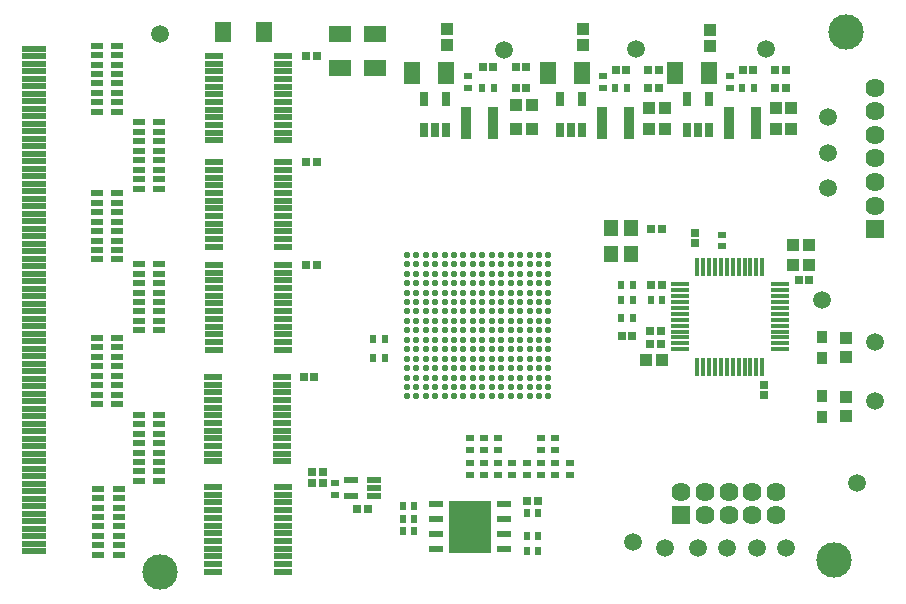
<source format=gts>
G04*
G04 #@! TF.GenerationSoftware,Altium Limited,Altium Designer,24.4.1 (13)*
G04*
G04 Layer_Color=8388736*
%FSLAX44Y44*%
%MOMM*%
G71*
G04*
G04 #@! TF.SameCoordinates,6542FF27-95F4-46AC-8F84-F2986E28DBEB*
G04*
G04*
G04 #@! TF.FilePolarity,Negative*
G04*
G01*
G75*
%ADD39R,0.6200X0.7200*%
%ADD40R,1.0200X1.1200*%
%ADD41R,1.5950X0.4200*%
%ADD42R,0.4200X1.5950*%
%ADD43R,0.7200X0.7600*%
%ADD44R,0.7200X0.6200*%
%ADD45R,1.5950X0.5700*%
%ADD46R,1.1700X0.5200*%
%ADD47R,0.7600X0.7200*%
%ADD48R,1.0200X0.5700*%
%ADD49C,1.5200*%
%ADD50R,0.7200X1.2700*%
%ADD51R,0.9200X2.8200*%
%ADD52R,1.1700X0.5700*%
%ADD53R,3.5700X4.4700*%
%ADD54R,1.3700X1.7700*%
%ADD55R,1.1200X1.0200*%
%ADD56C,0.5400*%
%ADD57R,1.9200X1.4200*%
%ADD58R,1.4200X1.9200*%
%ADD59R,0.9200X1.0200*%
%ADD60C,3.0000*%
%ADD61R,1.0700X1.0200*%
%ADD62R,2.1200X0.5000*%
%ADD63R,1.2200X1.4200*%
%ADD64C,1.6200*%
%ADD65R,1.6200X1.6200*%
D39*
X525000Y296000D02*
D03*
X535000D02*
D03*
X710000Y470000D02*
D03*
X720000D02*
D03*
X710000Y482500D02*
D03*
X720000D02*
D03*
X710000Y455000D02*
D03*
X720000D02*
D03*
X510000Y421000D02*
D03*
X500000D02*
D03*
X640000Y290000D02*
D03*
X630000D02*
D03*
X535000Y275000D02*
D03*
X525000D02*
D03*
X630000Y258000D02*
D03*
X640000D02*
D03*
X535000Y285000D02*
D03*
X525000D02*
D03*
X735000Y470000D02*
D03*
X745000D02*
D03*
X500000Y437500D02*
D03*
X510000D02*
D03*
X630000Y270000D02*
D03*
X640000D02*
D03*
X812500Y650000D02*
D03*
X822500D02*
D03*
X705000D02*
D03*
X715000D02*
D03*
X592500D02*
D03*
X602500D02*
D03*
D40*
X744750Y419000D02*
D03*
X731250D02*
D03*
X854250Y615000D02*
D03*
X840750D02*
D03*
X634250Y635000D02*
D03*
X620750D02*
D03*
X854250Y632500D02*
D03*
X840750D02*
D03*
X733250Y615000D02*
D03*
X746750D02*
D03*
X868750Y500000D02*
D03*
X855250D02*
D03*
X868750Y517000D02*
D03*
X855250D02*
D03*
X733250Y632500D02*
D03*
X746750D02*
D03*
X634250Y615000D02*
D03*
X620750D02*
D03*
D41*
X759620Y483500D02*
D03*
Y478500D02*
D03*
Y473500D02*
D03*
Y468500D02*
D03*
Y463500D02*
D03*
Y458500D02*
D03*
Y453500D02*
D03*
Y448500D02*
D03*
Y443500D02*
D03*
Y438500D02*
D03*
Y433500D02*
D03*
Y428500D02*
D03*
X844380D02*
D03*
Y433500D02*
D03*
Y438500D02*
D03*
Y443500D02*
D03*
Y448500D02*
D03*
Y453500D02*
D03*
Y458500D02*
D03*
Y463500D02*
D03*
Y468500D02*
D03*
Y473500D02*
D03*
Y478500D02*
D03*
Y483500D02*
D03*
D42*
X774500Y413620D02*
D03*
X779500D02*
D03*
X784500D02*
D03*
X789500D02*
D03*
X794500D02*
D03*
X799500D02*
D03*
X804500D02*
D03*
X809500D02*
D03*
X814500D02*
D03*
X819500D02*
D03*
X824500D02*
D03*
X829500D02*
D03*
Y498380D02*
D03*
X824500D02*
D03*
X819500D02*
D03*
X814500D02*
D03*
X809500D02*
D03*
X804500D02*
D03*
X799500D02*
D03*
X794500D02*
D03*
X789500D02*
D03*
X784500D02*
D03*
X779500D02*
D03*
X774500D02*
D03*
D43*
X495400Y293000D02*
D03*
X486600D02*
D03*
X719400Y440000D02*
D03*
X710600D02*
D03*
X639400Y300000D02*
D03*
X630600D02*
D03*
X593100Y667500D02*
D03*
X601900D02*
D03*
X620600Y650000D02*
D03*
X629400D02*
D03*
Y667500D02*
D03*
X620600D02*
D03*
X734600Y444000D02*
D03*
X743400D02*
D03*
X452400Y500000D02*
D03*
X443600D02*
D03*
X450400Y405000D02*
D03*
X441600D02*
D03*
X714400Y665000D02*
D03*
X705600D02*
D03*
X744400Y530000D02*
D03*
X735600D02*
D03*
X741900Y665000D02*
D03*
X733100D02*
D03*
X741900Y650000D02*
D03*
X733100D02*
D03*
X743400Y433000D02*
D03*
X734600D02*
D03*
X840600Y665000D02*
D03*
X849400D02*
D03*
X840600Y650000D02*
D03*
X849400D02*
D03*
X821900Y665000D02*
D03*
X813100D02*
D03*
X860600Y487000D02*
D03*
X869400D02*
D03*
X744400Y482500D02*
D03*
X735600D02*
D03*
X443600Y587000D02*
D03*
X452400D02*
D03*
X443600Y677000D02*
D03*
X452400D02*
D03*
D44*
X468000Y305000D02*
D03*
Y315000D02*
D03*
X695000Y660000D02*
D03*
Y650000D02*
D03*
X802500Y660000D02*
D03*
Y650000D02*
D03*
X642000Y332000D02*
D03*
Y322000D02*
D03*
X618000D02*
D03*
Y332000D02*
D03*
X630000Y322000D02*
D03*
Y332000D02*
D03*
X606000D02*
D03*
Y322000D02*
D03*
X594000Y332000D02*
D03*
Y322000D02*
D03*
X582000Y332000D02*
D03*
Y322000D02*
D03*
X594000Y343000D02*
D03*
Y353000D02*
D03*
X582000D02*
D03*
Y343000D02*
D03*
X606000Y353000D02*
D03*
Y343000D02*
D03*
X642000Y353000D02*
D03*
Y343000D02*
D03*
X654000Y353000D02*
D03*
Y343000D02*
D03*
Y332000D02*
D03*
Y322000D02*
D03*
X667000D02*
D03*
Y332000D02*
D03*
X795000Y515500D02*
D03*
Y525500D02*
D03*
X580000Y650000D02*
D03*
Y660000D02*
D03*
D45*
X423380Y311750D02*
D03*
Y305250D02*
D03*
Y298750D02*
D03*
Y292250D02*
D03*
Y285750D02*
D03*
Y279250D02*
D03*
Y272750D02*
D03*
Y266250D02*
D03*
Y259750D02*
D03*
Y253250D02*
D03*
Y246750D02*
D03*
Y240250D02*
D03*
X364620D02*
D03*
Y246750D02*
D03*
Y253250D02*
D03*
Y259750D02*
D03*
Y266250D02*
D03*
Y272750D02*
D03*
Y279250D02*
D03*
Y285750D02*
D03*
Y292250D02*
D03*
Y298750D02*
D03*
Y305250D02*
D03*
Y311750D02*
D03*
X423000Y405000D02*
D03*
Y398500D02*
D03*
Y392000D02*
D03*
Y385500D02*
D03*
Y379000D02*
D03*
Y372500D02*
D03*
Y366000D02*
D03*
Y359500D02*
D03*
Y353000D02*
D03*
Y346500D02*
D03*
Y340000D02*
D03*
Y333500D02*
D03*
X364240D02*
D03*
Y340000D02*
D03*
Y346500D02*
D03*
Y353000D02*
D03*
Y359500D02*
D03*
Y366000D02*
D03*
Y372500D02*
D03*
Y379000D02*
D03*
Y385500D02*
D03*
Y392000D02*
D03*
Y398500D02*
D03*
Y405000D02*
D03*
X423880Y676750D02*
D03*
Y670250D02*
D03*
Y663750D02*
D03*
Y657250D02*
D03*
Y650750D02*
D03*
Y644250D02*
D03*
Y637750D02*
D03*
Y631250D02*
D03*
Y624750D02*
D03*
Y618250D02*
D03*
Y611750D02*
D03*
Y605250D02*
D03*
X365120D02*
D03*
Y611750D02*
D03*
Y618250D02*
D03*
Y624750D02*
D03*
Y631250D02*
D03*
Y637750D02*
D03*
Y644250D02*
D03*
Y650750D02*
D03*
Y657250D02*
D03*
Y663750D02*
D03*
Y670250D02*
D03*
Y676750D02*
D03*
X423880Y499750D02*
D03*
Y493250D02*
D03*
Y486750D02*
D03*
Y480250D02*
D03*
Y473750D02*
D03*
Y467250D02*
D03*
Y460750D02*
D03*
Y454250D02*
D03*
Y447750D02*
D03*
Y441250D02*
D03*
Y434750D02*
D03*
Y428250D02*
D03*
X365120D02*
D03*
Y434750D02*
D03*
Y441250D02*
D03*
Y447750D02*
D03*
Y454250D02*
D03*
Y460750D02*
D03*
Y467250D02*
D03*
Y473750D02*
D03*
Y480250D02*
D03*
Y486750D02*
D03*
Y493250D02*
D03*
Y499750D02*
D03*
X365120Y586750D02*
D03*
Y580250D02*
D03*
Y573750D02*
D03*
Y567250D02*
D03*
Y560750D02*
D03*
Y554250D02*
D03*
Y547750D02*
D03*
Y541250D02*
D03*
Y534750D02*
D03*
Y528250D02*
D03*
Y521750D02*
D03*
Y515250D02*
D03*
X423880D02*
D03*
Y521750D02*
D03*
Y528250D02*
D03*
Y534750D02*
D03*
Y541250D02*
D03*
Y547750D02*
D03*
Y554250D02*
D03*
Y560750D02*
D03*
Y567250D02*
D03*
Y573750D02*
D03*
Y580250D02*
D03*
Y586750D02*
D03*
D46*
X501000Y304500D02*
D03*
Y311000D02*
D03*
Y317500D02*
D03*
X481000D02*
D03*
Y304500D02*
D03*
D47*
X458000Y315600D02*
D03*
Y324400D02*
D03*
X448000Y324400D02*
D03*
Y315600D02*
D03*
X772500Y518100D02*
D03*
Y526900D02*
D03*
X831000Y398400D02*
D03*
Y389600D02*
D03*
D48*
X301500Y444500D02*
D03*
Y452500D02*
D03*
Y468500D02*
D03*
Y460500D02*
D03*
Y484500D02*
D03*
Y500500D02*
D03*
Y492500D02*
D03*
Y476500D02*
D03*
X318500D02*
D03*
Y492500D02*
D03*
Y500500D02*
D03*
Y484500D02*
D03*
Y460500D02*
D03*
Y468500D02*
D03*
Y452500D02*
D03*
Y444500D02*
D03*
X266500Y382000D02*
D03*
Y390000D02*
D03*
Y406000D02*
D03*
Y398000D02*
D03*
Y422000D02*
D03*
Y438000D02*
D03*
Y430000D02*
D03*
Y414000D02*
D03*
X283500D02*
D03*
Y430000D02*
D03*
Y438000D02*
D03*
Y422000D02*
D03*
Y398000D02*
D03*
Y406000D02*
D03*
Y390000D02*
D03*
Y382000D02*
D03*
X301500Y317000D02*
D03*
Y325000D02*
D03*
Y341000D02*
D03*
Y333000D02*
D03*
Y357000D02*
D03*
Y373000D02*
D03*
Y365000D02*
D03*
Y349000D02*
D03*
X318500D02*
D03*
Y365000D02*
D03*
Y373000D02*
D03*
Y357000D02*
D03*
Y333000D02*
D03*
Y341000D02*
D03*
Y325000D02*
D03*
Y317000D02*
D03*
X301500Y564500D02*
D03*
Y572500D02*
D03*
Y588500D02*
D03*
Y580500D02*
D03*
Y604500D02*
D03*
Y620500D02*
D03*
Y612500D02*
D03*
Y596500D02*
D03*
X318500D02*
D03*
Y612500D02*
D03*
Y620500D02*
D03*
Y604500D02*
D03*
Y580500D02*
D03*
Y588500D02*
D03*
Y572500D02*
D03*
Y564500D02*
D03*
X284500Y254500D02*
D03*
Y262500D02*
D03*
Y278500D02*
D03*
Y270500D02*
D03*
Y294500D02*
D03*
Y310500D02*
D03*
Y302500D02*
D03*
Y286500D02*
D03*
X267500D02*
D03*
Y302500D02*
D03*
Y310500D02*
D03*
Y294500D02*
D03*
Y270500D02*
D03*
Y278500D02*
D03*
Y262500D02*
D03*
Y254500D02*
D03*
X283500Y504500D02*
D03*
Y512500D02*
D03*
Y528500D02*
D03*
Y520500D02*
D03*
Y544500D02*
D03*
Y560500D02*
D03*
Y552500D02*
D03*
Y536500D02*
D03*
X266500D02*
D03*
Y552500D02*
D03*
Y560500D02*
D03*
Y544500D02*
D03*
Y520500D02*
D03*
Y528500D02*
D03*
Y512500D02*
D03*
Y504500D02*
D03*
X283500Y629500D02*
D03*
Y637500D02*
D03*
Y653500D02*
D03*
Y645500D02*
D03*
Y669500D02*
D03*
Y685500D02*
D03*
Y677500D02*
D03*
Y661500D02*
D03*
X266500D02*
D03*
Y677500D02*
D03*
Y685500D02*
D03*
Y669500D02*
D03*
Y645500D02*
D03*
Y653500D02*
D03*
Y637500D02*
D03*
Y629500D02*
D03*
D49*
X832500Y682500D02*
D03*
X722500D02*
D03*
X611000Y682000D02*
D03*
X320000Y695000D02*
D03*
X925000Y385000D02*
D03*
Y435000D02*
D03*
X910000Y315000D02*
D03*
X720000Y265000D02*
D03*
X885000Y625000D02*
D03*
Y595000D02*
D03*
X880000Y470000D02*
D03*
X885000Y565000D02*
D03*
X850000Y260000D02*
D03*
X825000D02*
D03*
X800000D02*
D03*
X775000D02*
D03*
X747500D02*
D03*
D50*
X543000Y640500D02*
D03*
X562000D02*
D03*
Y614500D02*
D03*
X552500D02*
D03*
X543000D02*
D03*
X658000Y640500D02*
D03*
X677000D02*
D03*
Y614500D02*
D03*
X667500D02*
D03*
X658000D02*
D03*
X765500Y640500D02*
D03*
X784500D02*
D03*
Y614500D02*
D03*
X775000D02*
D03*
X765500D02*
D03*
D51*
X824000Y620000D02*
D03*
X801000D02*
D03*
X693500D02*
D03*
X716500D02*
D03*
X578500D02*
D03*
X601500D02*
D03*
D52*
X553500Y297050D02*
D03*
Y284350D02*
D03*
Y271650D02*
D03*
Y258950D02*
D03*
X610500D02*
D03*
Y271650D02*
D03*
Y284350D02*
D03*
Y297050D02*
D03*
D53*
X582000Y278000D02*
D03*
D54*
X372750Y697500D02*
D03*
X407250D02*
D03*
D55*
X677500Y699250D02*
D03*
Y685750D02*
D03*
X785000Y685000D02*
D03*
Y698500D02*
D03*
X562500Y685750D02*
D03*
Y699250D02*
D03*
D56*
X528500Y508500D02*
D03*
X536500D02*
D03*
X544500D02*
D03*
X552500D02*
D03*
X560500D02*
D03*
X568500D02*
D03*
X576500D02*
D03*
X584500D02*
D03*
X592500D02*
D03*
X600500D02*
D03*
X608500D02*
D03*
X616500D02*
D03*
X624500D02*
D03*
X632500D02*
D03*
X640500D02*
D03*
X648500D02*
D03*
X528500Y500500D02*
D03*
X536500D02*
D03*
X544500D02*
D03*
X552500D02*
D03*
X560500D02*
D03*
X568500D02*
D03*
X576500D02*
D03*
X584500D02*
D03*
X592500D02*
D03*
X600500D02*
D03*
X608500D02*
D03*
X616500D02*
D03*
X624500D02*
D03*
X632500D02*
D03*
X640500D02*
D03*
X648500D02*
D03*
X528500Y492500D02*
D03*
X536500D02*
D03*
X544500D02*
D03*
X552500D02*
D03*
X560500D02*
D03*
X568500D02*
D03*
X576500D02*
D03*
X584500D02*
D03*
X592500D02*
D03*
X600500D02*
D03*
X608500D02*
D03*
X616500D02*
D03*
X624500D02*
D03*
X632500D02*
D03*
X640500D02*
D03*
X648500D02*
D03*
X528500Y484500D02*
D03*
X536500D02*
D03*
X544500D02*
D03*
X552500D02*
D03*
X560500D02*
D03*
X568500D02*
D03*
X576500D02*
D03*
X584500D02*
D03*
X592500D02*
D03*
X600500D02*
D03*
X608500D02*
D03*
X616500D02*
D03*
X624500D02*
D03*
X632500D02*
D03*
X640500D02*
D03*
X648500D02*
D03*
X528500Y476500D02*
D03*
X536500D02*
D03*
X544500D02*
D03*
X552500D02*
D03*
X560500D02*
D03*
X568500D02*
D03*
X576500D02*
D03*
X584500D02*
D03*
X592500D02*
D03*
X600500D02*
D03*
X608500D02*
D03*
X616500D02*
D03*
X624500D02*
D03*
X632500D02*
D03*
X640500D02*
D03*
X648500D02*
D03*
X528500Y468500D02*
D03*
X536500D02*
D03*
X544500D02*
D03*
X552500D02*
D03*
X560500D02*
D03*
X568500D02*
D03*
X576500D02*
D03*
X584500D02*
D03*
X592500D02*
D03*
X600500D02*
D03*
X608500D02*
D03*
X616500D02*
D03*
X624500D02*
D03*
X632500D02*
D03*
X640500D02*
D03*
X648500D02*
D03*
X528500Y460500D02*
D03*
X536500D02*
D03*
X544500D02*
D03*
X552500D02*
D03*
X560500D02*
D03*
X568500D02*
D03*
X576500D02*
D03*
X584500D02*
D03*
X592500D02*
D03*
X600500D02*
D03*
X608500D02*
D03*
X616500D02*
D03*
X624500D02*
D03*
X632500D02*
D03*
X640500D02*
D03*
X648500D02*
D03*
X528500Y452500D02*
D03*
X536500D02*
D03*
X544500D02*
D03*
X552500D02*
D03*
X560500D02*
D03*
X568500D02*
D03*
X576500D02*
D03*
X584500D02*
D03*
X592500D02*
D03*
X600500D02*
D03*
X608500D02*
D03*
X616500D02*
D03*
X624500D02*
D03*
X632500D02*
D03*
X640500D02*
D03*
X648500D02*
D03*
X528500Y444500D02*
D03*
X536500D02*
D03*
X544500D02*
D03*
X552500D02*
D03*
X560500D02*
D03*
X568500D02*
D03*
X576500D02*
D03*
X584500D02*
D03*
X592500D02*
D03*
X600500D02*
D03*
X608500D02*
D03*
X616500D02*
D03*
X624500D02*
D03*
X632500D02*
D03*
X640500D02*
D03*
X648500D02*
D03*
X528500Y436500D02*
D03*
X536500D02*
D03*
X544500D02*
D03*
X552500D02*
D03*
X560500D02*
D03*
X568500D02*
D03*
X576500D02*
D03*
X584500D02*
D03*
X592500D02*
D03*
X600500D02*
D03*
X608500D02*
D03*
X616500D02*
D03*
X624500D02*
D03*
X632500D02*
D03*
X640500D02*
D03*
X648500D02*
D03*
X528500Y428500D02*
D03*
X536500D02*
D03*
X544500D02*
D03*
X552500D02*
D03*
X560500D02*
D03*
X568500D02*
D03*
X576500D02*
D03*
X584500D02*
D03*
X592500D02*
D03*
X600500D02*
D03*
X608500D02*
D03*
X616500D02*
D03*
X624500D02*
D03*
X632500D02*
D03*
X640500D02*
D03*
X648500D02*
D03*
X528500Y420500D02*
D03*
X536500D02*
D03*
X544500D02*
D03*
X552500D02*
D03*
X560500D02*
D03*
X568500D02*
D03*
X576500D02*
D03*
X584500D02*
D03*
X592500D02*
D03*
X600500D02*
D03*
X608500D02*
D03*
X616500D02*
D03*
X624500D02*
D03*
X632500D02*
D03*
X640500D02*
D03*
X648500D02*
D03*
X528500Y412500D02*
D03*
X536500D02*
D03*
X544500D02*
D03*
X552500D02*
D03*
X560500D02*
D03*
X568500D02*
D03*
X576500D02*
D03*
X584500D02*
D03*
X592500D02*
D03*
X600500D02*
D03*
X608500D02*
D03*
X616500D02*
D03*
X624500D02*
D03*
X632500D02*
D03*
X640500D02*
D03*
X648500D02*
D03*
X528500Y404500D02*
D03*
X536500D02*
D03*
X544500D02*
D03*
X552500D02*
D03*
X560500D02*
D03*
X568500D02*
D03*
X576500D02*
D03*
X584500D02*
D03*
X592500D02*
D03*
X600500D02*
D03*
X608500D02*
D03*
X616500D02*
D03*
X624500D02*
D03*
X632500D02*
D03*
X640500D02*
D03*
X648500D02*
D03*
X528500Y396500D02*
D03*
X536500D02*
D03*
X544500D02*
D03*
X552500D02*
D03*
X560500D02*
D03*
X568500D02*
D03*
X576500D02*
D03*
X584500D02*
D03*
X592500D02*
D03*
X600500D02*
D03*
X608500D02*
D03*
X616500D02*
D03*
X624500D02*
D03*
X632500D02*
D03*
X640500D02*
D03*
X648500D02*
D03*
X528500Y388500D02*
D03*
X536500D02*
D03*
X544500D02*
D03*
X552500D02*
D03*
X560500D02*
D03*
X568500D02*
D03*
X576500D02*
D03*
X584500D02*
D03*
X592500D02*
D03*
X600500D02*
D03*
X608500D02*
D03*
X616500D02*
D03*
X624500D02*
D03*
X632500D02*
D03*
X640500D02*
D03*
X648500D02*
D03*
D57*
X502000Y695500D02*
D03*
Y666500D02*
D03*
X472000Y695500D02*
D03*
Y666500D02*
D03*
D58*
X755500Y662500D02*
D03*
X784500D02*
D03*
X648000D02*
D03*
X677000D02*
D03*
X533000D02*
D03*
X562000D02*
D03*
D59*
X880000Y371500D02*
D03*
Y388500D02*
D03*
Y421500D02*
D03*
Y438500D02*
D03*
D60*
X320000Y240000D02*
D03*
X900000Y697500D02*
D03*
X890000Y250000D02*
D03*
D61*
X900000Y372000D02*
D03*
Y388000D02*
D03*
Y422000D02*
D03*
Y438000D02*
D03*
D62*
X213000Y644625D02*
D03*
Y638275D02*
D03*
Y631925D02*
D03*
Y625575D02*
D03*
Y682725D02*
D03*
Y670025D02*
D03*
Y657325D02*
D03*
Y619225D02*
D03*
Y606525D02*
D03*
Y593825D02*
D03*
Y581125D02*
D03*
Y568425D02*
D03*
Y555725D02*
D03*
Y543025D02*
D03*
Y530325D02*
D03*
Y517625D02*
D03*
Y504925D02*
D03*
Y492225D02*
D03*
Y479525D02*
D03*
Y466825D02*
D03*
Y454125D02*
D03*
Y441425D02*
D03*
Y428725D02*
D03*
Y416025D02*
D03*
Y403325D02*
D03*
Y390625D02*
D03*
Y377925D02*
D03*
Y365225D02*
D03*
Y352525D02*
D03*
Y339825D02*
D03*
Y327125D02*
D03*
Y314425D02*
D03*
Y301725D02*
D03*
Y289025D02*
D03*
Y276325D02*
D03*
Y263625D02*
D03*
Y676375D02*
D03*
Y663675D02*
D03*
Y650975D02*
D03*
Y612875D02*
D03*
Y600175D02*
D03*
Y587475D02*
D03*
Y574775D02*
D03*
Y562075D02*
D03*
Y549375D02*
D03*
Y536675D02*
D03*
Y523975D02*
D03*
Y511275D02*
D03*
Y498575D02*
D03*
Y485875D02*
D03*
Y473175D02*
D03*
Y460475D02*
D03*
Y447775D02*
D03*
Y435075D02*
D03*
Y422375D02*
D03*
Y409675D02*
D03*
Y396975D02*
D03*
Y384275D02*
D03*
Y371575D02*
D03*
Y358875D02*
D03*
Y346175D02*
D03*
Y333475D02*
D03*
Y320775D02*
D03*
Y308075D02*
D03*
Y295375D02*
D03*
Y282675D02*
D03*
Y269975D02*
D03*
Y257275D02*
D03*
D63*
X701500Y531000D02*
D03*
X718500D02*
D03*
X701500Y509000D02*
D03*
X718500D02*
D03*
D64*
X925000Y590000D02*
D03*
Y610000D02*
D03*
Y630000D02*
D03*
Y550000D02*
D03*
Y570000D02*
D03*
Y650000D02*
D03*
X761000Y308000D02*
D03*
X781000Y288000D02*
D03*
Y308000D02*
D03*
X801000Y288000D02*
D03*
Y308000D02*
D03*
X821000Y288000D02*
D03*
Y308000D02*
D03*
X841000Y288000D02*
D03*
Y308000D02*
D03*
D65*
X925000Y530000D02*
D03*
X761000Y288000D02*
D03*
M02*

</source>
